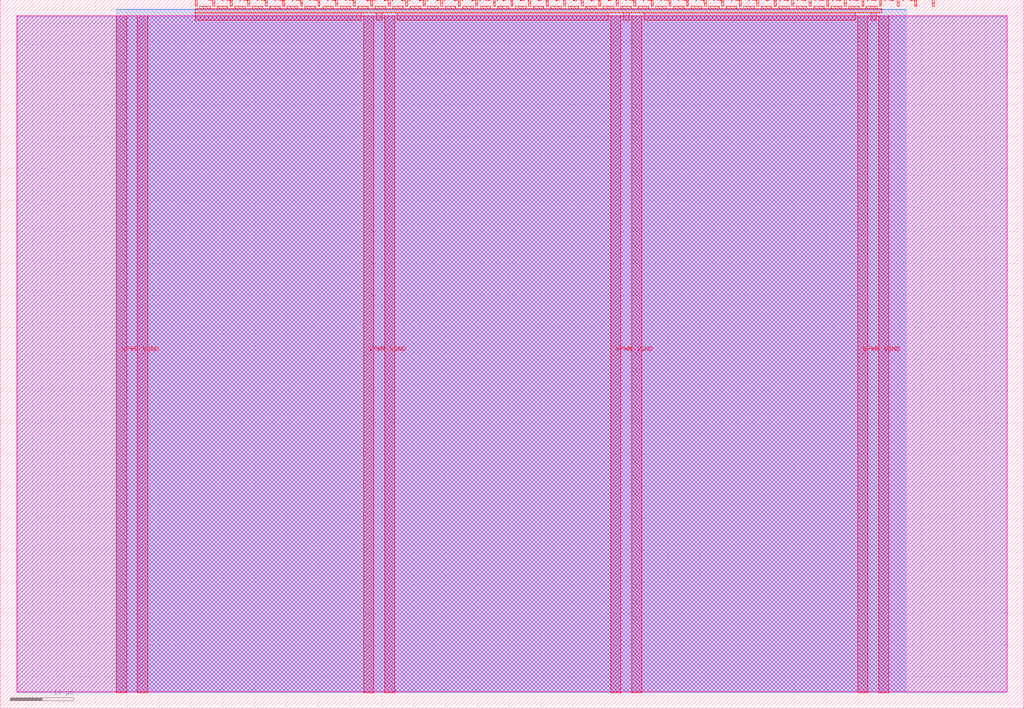
<source format=lef>
VERSION 5.7 ;
  NOWIREEXTENSIONATPIN ON ;
  DIVIDERCHAR "/" ;
  BUSBITCHARS "[]" ;
MACRO tt_um_wokwi_413919397651523585
  CLASS BLOCK ;
  FOREIGN tt_um_wokwi_413919397651523585 ;
  ORIGIN 0.000 0.000 ;
  SIZE 161.000 BY 111.520 ;
  PIN VGND
    DIRECTION INOUT ;
    USE GROUND ;
    PORT
      LAYER met4 ;
        RECT 21.580 2.480 23.180 109.040 ;
    END
    PORT
      LAYER met4 ;
        RECT 60.450 2.480 62.050 109.040 ;
    END
    PORT
      LAYER met4 ;
        RECT 99.320 2.480 100.920 109.040 ;
    END
    PORT
      LAYER met4 ;
        RECT 138.190 2.480 139.790 109.040 ;
    END
  END VGND
  PIN VPWR
    DIRECTION INOUT ;
    USE POWER ;
    PORT
      LAYER met4 ;
        RECT 18.280 2.480 19.880 109.040 ;
    END
    PORT
      LAYER met4 ;
        RECT 57.150 2.480 58.750 109.040 ;
    END
    PORT
      LAYER met4 ;
        RECT 96.020 2.480 97.620 109.040 ;
    END
    PORT
      LAYER met4 ;
        RECT 134.890 2.480 136.490 109.040 ;
    END
  END VPWR
  PIN clk
    DIRECTION INPUT ;
    USE SIGNAL ;
    PORT
      LAYER met4 ;
        RECT 143.830 110.520 144.130 111.520 ;
    END
  END clk
  PIN ena
    DIRECTION INPUT ;
    USE SIGNAL ;
    PORT
      LAYER met4 ;
        RECT 146.590 110.520 146.890 111.520 ;
    END
  END ena
  PIN rst_n
    DIRECTION INPUT ;
    USE SIGNAL ;
    PORT
      LAYER met4 ;
        RECT 141.070 110.520 141.370 111.520 ;
    END
  END rst_n
  PIN ui_in[0]
    DIRECTION INPUT ;
    USE SIGNAL ;
    ANTENNAGATEAREA 0.196500 ;
    PORT
      LAYER met4 ;
        RECT 138.310 110.520 138.610 111.520 ;
    END
  END ui_in[0]
  PIN ui_in[1]
    DIRECTION INPUT ;
    USE SIGNAL ;
    ANTENNAGATEAREA 0.196500 ;
    PORT
      LAYER met4 ;
        RECT 135.550 110.520 135.850 111.520 ;
    END
  END ui_in[1]
  PIN ui_in[2]
    DIRECTION INPUT ;
    USE SIGNAL ;
    ANTENNAGATEAREA 0.196500 ;
    PORT
      LAYER met4 ;
        RECT 132.790 110.520 133.090 111.520 ;
    END
  END ui_in[2]
  PIN ui_in[3]
    DIRECTION INPUT ;
    USE SIGNAL ;
    PORT
      LAYER met4 ;
        RECT 130.030 110.520 130.330 111.520 ;
    END
  END ui_in[3]
  PIN ui_in[4]
    DIRECTION INPUT ;
    USE SIGNAL ;
    PORT
      LAYER met4 ;
        RECT 127.270 110.520 127.570 111.520 ;
    END
  END ui_in[4]
  PIN ui_in[5]
    DIRECTION INPUT ;
    USE SIGNAL ;
    PORT
      LAYER met4 ;
        RECT 124.510 110.520 124.810 111.520 ;
    END
  END ui_in[5]
  PIN ui_in[6]
    DIRECTION INPUT ;
    USE SIGNAL ;
    PORT
      LAYER met4 ;
        RECT 121.750 110.520 122.050 111.520 ;
    END
  END ui_in[6]
  PIN ui_in[7]
    DIRECTION INPUT ;
    USE SIGNAL ;
    PORT
      LAYER met4 ;
        RECT 118.990 110.520 119.290 111.520 ;
    END
  END ui_in[7]
  PIN uio_in[0]
    DIRECTION INPUT ;
    USE SIGNAL ;
    PORT
      LAYER met4 ;
        RECT 116.230 110.520 116.530 111.520 ;
    END
  END uio_in[0]
  PIN uio_in[1]
    DIRECTION INPUT ;
    USE SIGNAL ;
    PORT
      LAYER met4 ;
        RECT 113.470 110.520 113.770 111.520 ;
    END
  END uio_in[1]
  PIN uio_in[2]
    DIRECTION INPUT ;
    USE SIGNAL ;
    PORT
      LAYER met4 ;
        RECT 110.710 110.520 111.010 111.520 ;
    END
  END uio_in[2]
  PIN uio_in[3]
    DIRECTION INPUT ;
    USE SIGNAL ;
    PORT
      LAYER met4 ;
        RECT 107.950 110.520 108.250 111.520 ;
    END
  END uio_in[3]
  PIN uio_in[4]
    DIRECTION INPUT ;
    USE SIGNAL ;
    PORT
      LAYER met4 ;
        RECT 105.190 110.520 105.490 111.520 ;
    END
  END uio_in[4]
  PIN uio_in[5]
    DIRECTION INPUT ;
    USE SIGNAL ;
    PORT
      LAYER met4 ;
        RECT 102.430 110.520 102.730 111.520 ;
    END
  END uio_in[5]
  PIN uio_in[6]
    DIRECTION INPUT ;
    USE SIGNAL ;
    PORT
      LAYER met4 ;
        RECT 99.670 110.520 99.970 111.520 ;
    END
  END uio_in[6]
  PIN uio_in[7]
    DIRECTION INPUT ;
    USE SIGNAL ;
    PORT
      LAYER met4 ;
        RECT 96.910 110.520 97.210 111.520 ;
    END
  END uio_in[7]
  PIN uio_oe[0]
    DIRECTION OUTPUT ;
    USE SIGNAL ;
    PORT
      LAYER met4 ;
        RECT 49.990 110.520 50.290 111.520 ;
    END
  END uio_oe[0]
  PIN uio_oe[1]
    DIRECTION OUTPUT ;
    USE SIGNAL ;
    PORT
      LAYER met4 ;
        RECT 47.230 110.520 47.530 111.520 ;
    END
  END uio_oe[1]
  PIN uio_oe[2]
    DIRECTION OUTPUT ;
    USE SIGNAL ;
    PORT
      LAYER met4 ;
        RECT 44.470 110.520 44.770 111.520 ;
    END
  END uio_oe[2]
  PIN uio_oe[3]
    DIRECTION OUTPUT ;
    USE SIGNAL ;
    PORT
      LAYER met4 ;
        RECT 41.710 110.520 42.010 111.520 ;
    END
  END uio_oe[3]
  PIN uio_oe[4]
    DIRECTION OUTPUT ;
    USE SIGNAL ;
    PORT
      LAYER met4 ;
        RECT 38.950 110.520 39.250 111.520 ;
    END
  END uio_oe[4]
  PIN uio_oe[5]
    DIRECTION OUTPUT ;
    USE SIGNAL ;
    PORT
      LAYER met4 ;
        RECT 36.190 110.520 36.490 111.520 ;
    END
  END uio_oe[5]
  PIN uio_oe[6]
    DIRECTION OUTPUT ;
    USE SIGNAL ;
    PORT
      LAYER met4 ;
        RECT 33.430 110.520 33.730 111.520 ;
    END
  END uio_oe[6]
  PIN uio_oe[7]
    DIRECTION OUTPUT ;
    USE SIGNAL ;
    PORT
      LAYER met4 ;
        RECT 30.670 110.520 30.970 111.520 ;
    END
  END uio_oe[7]
  PIN uio_out[0]
    DIRECTION OUTPUT ;
    USE SIGNAL ;
    PORT
      LAYER met4 ;
        RECT 72.070 110.520 72.370 111.520 ;
    END
  END uio_out[0]
  PIN uio_out[1]
    DIRECTION OUTPUT ;
    USE SIGNAL ;
    PORT
      LAYER met4 ;
        RECT 69.310 110.520 69.610 111.520 ;
    END
  END uio_out[1]
  PIN uio_out[2]
    DIRECTION OUTPUT ;
    USE SIGNAL ;
    PORT
      LAYER met4 ;
        RECT 66.550 110.520 66.850 111.520 ;
    END
  END uio_out[2]
  PIN uio_out[3]
    DIRECTION OUTPUT ;
    USE SIGNAL ;
    PORT
      LAYER met4 ;
        RECT 63.790 110.520 64.090 111.520 ;
    END
  END uio_out[3]
  PIN uio_out[4]
    DIRECTION OUTPUT ;
    USE SIGNAL ;
    PORT
      LAYER met4 ;
        RECT 61.030 110.520 61.330 111.520 ;
    END
  END uio_out[4]
  PIN uio_out[5]
    DIRECTION OUTPUT ;
    USE SIGNAL ;
    PORT
      LAYER met4 ;
        RECT 58.270 110.520 58.570 111.520 ;
    END
  END uio_out[5]
  PIN uio_out[6]
    DIRECTION OUTPUT ;
    USE SIGNAL ;
    PORT
      LAYER met4 ;
        RECT 55.510 110.520 55.810 111.520 ;
    END
  END uio_out[6]
  PIN uio_out[7]
    DIRECTION OUTPUT ;
    USE SIGNAL ;
    PORT
      LAYER met4 ;
        RECT 52.750 110.520 53.050 111.520 ;
    END
  END uio_out[7]
  PIN uo_out[0]
    DIRECTION OUTPUT ;
    USE SIGNAL ;
    ANTENNADIFFAREA 0.445500 ;
    PORT
      LAYER met4 ;
        RECT 94.150 110.520 94.450 111.520 ;
    END
  END uo_out[0]
  PIN uo_out[1]
    DIRECTION OUTPUT ;
    USE SIGNAL ;
    PORT
      LAYER met4 ;
        RECT 91.390 110.520 91.690 111.520 ;
    END
  END uo_out[1]
  PIN uo_out[2]
    DIRECTION OUTPUT ;
    USE SIGNAL ;
    PORT
      LAYER met4 ;
        RECT 88.630 110.520 88.930 111.520 ;
    END
  END uo_out[2]
  PIN uo_out[3]
    DIRECTION OUTPUT ;
    USE SIGNAL ;
    PORT
      LAYER met4 ;
        RECT 85.870 110.520 86.170 111.520 ;
    END
  END uo_out[3]
  PIN uo_out[4]
    DIRECTION OUTPUT ;
    USE SIGNAL ;
    PORT
      LAYER met4 ;
        RECT 83.110 110.520 83.410 111.520 ;
    END
  END uo_out[4]
  PIN uo_out[5]
    DIRECTION OUTPUT ;
    USE SIGNAL ;
    ANTENNADIFFAREA 0.445500 ;
    PORT
      LAYER met4 ;
        RECT 80.350 110.520 80.650 111.520 ;
    END
  END uo_out[5]
  PIN uo_out[6]
    DIRECTION OUTPUT ;
    USE SIGNAL ;
    PORT
      LAYER met4 ;
        RECT 77.590 110.520 77.890 111.520 ;
    END
  END uo_out[6]
  PIN uo_out[7]
    DIRECTION OUTPUT ;
    USE SIGNAL ;
    PORT
      LAYER met4 ;
        RECT 74.830 110.520 75.130 111.520 ;
    END
  END uo_out[7]
  OBS
      LAYER nwell ;
        RECT 2.570 2.635 158.430 108.990 ;
      LAYER li1 ;
        RECT 2.760 2.635 158.240 108.885 ;
      LAYER met1 ;
        RECT 2.760 2.480 158.240 109.040 ;
      LAYER met2 ;
        RECT 18.310 2.535 142.510 110.005 ;
      LAYER met3 ;
        RECT 18.290 2.555 142.535 109.985 ;
      LAYER met4 ;
        RECT 31.370 110.120 33.030 110.520 ;
        RECT 34.130 110.120 35.790 110.520 ;
        RECT 36.890 110.120 38.550 110.520 ;
        RECT 39.650 110.120 41.310 110.520 ;
        RECT 42.410 110.120 44.070 110.520 ;
        RECT 45.170 110.120 46.830 110.520 ;
        RECT 47.930 110.120 49.590 110.520 ;
        RECT 50.690 110.120 52.350 110.520 ;
        RECT 53.450 110.120 55.110 110.520 ;
        RECT 56.210 110.120 57.870 110.520 ;
        RECT 58.970 110.120 60.630 110.520 ;
        RECT 61.730 110.120 63.390 110.520 ;
        RECT 64.490 110.120 66.150 110.520 ;
        RECT 67.250 110.120 68.910 110.520 ;
        RECT 70.010 110.120 71.670 110.520 ;
        RECT 72.770 110.120 74.430 110.520 ;
        RECT 75.530 110.120 77.190 110.520 ;
        RECT 78.290 110.120 79.950 110.520 ;
        RECT 81.050 110.120 82.710 110.520 ;
        RECT 83.810 110.120 85.470 110.520 ;
        RECT 86.570 110.120 88.230 110.520 ;
        RECT 89.330 110.120 90.990 110.520 ;
        RECT 92.090 110.120 93.750 110.520 ;
        RECT 94.850 110.120 96.510 110.520 ;
        RECT 97.610 110.120 99.270 110.520 ;
        RECT 100.370 110.120 102.030 110.520 ;
        RECT 103.130 110.120 104.790 110.520 ;
        RECT 105.890 110.120 107.550 110.520 ;
        RECT 108.650 110.120 110.310 110.520 ;
        RECT 111.410 110.120 113.070 110.520 ;
        RECT 114.170 110.120 115.830 110.520 ;
        RECT 116.930 110.120 118.590 110.520 ;
        RECT 119.690 110.120 121.350 110.520 ;
        RECT 122.450 110.120 124.110 110.520 ;
        RECT 125.210 110.120 126.870 110.520 ;
        RECT 127.970 110.120 129.630 110.520 ;
        RECT 130.730 110.120 132.390 110.520 ;
        RECT 133.490 110.120 135.150 110.520 ;
        RECT 136.250 110.120 137.910 110.520 ;
        RECT 30.655 109.440 138.625 110.120 ;
        RECT 30.655 108.295 56.750 109.440 ;
        RECT 59.150 108.295 60.050 109.440 ;
        RECT 62.450 108.295 95.620 109.440 ;
        RECT 98.020 108.295 98.920 109.440 ;
        RECT 101.320 108.295 134.490 109.440 ;
        RECT 136.890 108.295 137.790 109.440 ;
  END
END tt_um_wokwi_413919397651523585
END LIBRARY


</source>
